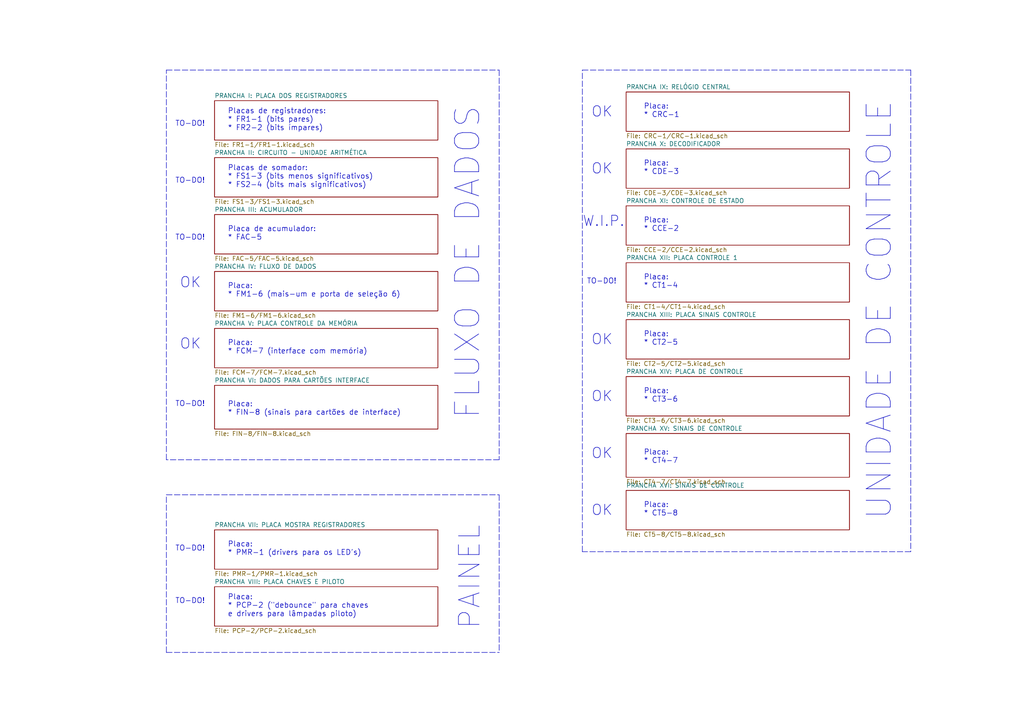
<source format=kicad_sch>
(kicad_sch
	(version 20250114)
	(generator "eeschema")
	(generator_version "9.0")
	(uuid "aca06203-542d-4682-a7e3-8839e24cce95")
	(paper "A4")
	(title_block
		(title "PRANCHA XVI")
		(date "2 aug 2016")
		(company "EPUSP LSD")
		(comment 1 "Computador de Controle - Patinho Feio")
		(comment 2 "Sinais de Controle")
		(comment 3 "Projeto: Edson Fregni")
		(comment 4 "Re-desenho: Felipe Sanches")
	)
	(lib_symbols)
	(text "TO-DO!"
		(exclude_from_sim no)
		(at 50.8 118.11 0)
		(effects
			(font
				(size 1.524 1.524)
			)
			(justify left bottom)
		)
		(uuid "02f9842f-c4f2-4076-8c55-9e5166206ffb")
	)
	(text "OK"
		(exclude_from_sim no)
		(at 171.45 100.33 0)
		(effects
			(font
				(size 2.9972 2.9972)
			)
			(justify left bottom)
		)
		(uuid "02fb71cd-3aa9-4afd-b0ec-51de0ad0e515")
	)
	(text "Placa:\n* CT3-6"
		(exclude_from_sim no)
		(at 186.69 116.84 0)
		(effects
			(font
				(size 1.524 1.524)
			)
			(justify left bottom)
		)
		(uuid "03242d76-2fe4-449b-877e-cbfa111290f6")
	)
	(text "Placa:\n* CCE-2"
		(exclude_from_sim no)
		(at 186.69 67.31 0)
		(effects
			(font
				(size 1.524 1.524)
			)
			(justify left bottom)
		)
		(uuid "0d546ddc-2218-47f0-964a-a2aa7ef9e9b3")
	)
	(text "Placa:\n* FCM-7 (interface com memória)"
		(exclude_from_sim no)
		(at 66.04 102.87 0)
		(effects
			(font
				(size 1.524 1.524)
			)
			(justify left bottom)
		)
		(uuid "1420ce22-a6cd-41cf-ba67-6e9ce6d3936d")
	)
	(text "Placa:\n* CDE-3"
		(exclude_from_sim no)
		(at 186.69 50.8 0)
		(effects
			(font
				(size 1.524 1.524)
			)
			(justify left bottom)
		)
		(uuid "174df2fa-9a98-4e5c-a9bd-70617eab7144")
	)
	(text "OK"
		(exclude_from_sim no)
		(at 52.07 83.82 0)
		(effects
			(font
				(size 2.9972 2.9972)
			)
			(justify left bottom)
		)
		(uuid "377b8627-86bc-4baa-ad2f-4a6db254a90e")
	)
	(text "Placa:\n* FM1-6 (mais-um e porta de seleção 6)"
		(exclude_from_sim no)
		(at 66.04 86.36 0)
		(effects
			(font
				(size 1.524 1.524)
			)
			(justify left bottom)
		)
		(uuid "38369662-5ebc-4646-8b52-5cb95fbbad88")
	)
	(text "OK"
		(exclude_from_sim no)
		(at 171.45 34.29 0)
		(effects
			(font
				(size 2.9972 2.9972)
			)
			(justify left bottom)
		)
		(uuid "3c3ca775-feb0-49bf-abf8-9cd60fa1a5e0")
	)
	(text "OK"
		(exclude_from_sim no)
		(at 171.45 133.35 0)
		(effects
			(font
				(size 2.9972 2.9972)
			)
			(justify left bottom)
		)
		(uuid "3dd1c21c-db7b-4415-8c07-70e607e26d02")
	)
	(text "Placa de acumulador:\n* FAC-5"
		(exclude_from_sim no)
		(at 66.04 69.85 0)
		(effects
			(font
				(size 1.524 1.524)
			)
			(justify left bottom)
		)
		(uuid "3e018340-a915-4ce4-9040-898bd56aed2f")
	)
	(text "Placa:\n* CT4-7"
		(exclude_from_sim no)
		(at 186.69 134.62 0)
		(effects
			(font
				(size 1.524 1.524)
			)
			(justify left bottom)
		)
		(uuid "50d259ed-4e10-4d50-9b3c-aaa18b0258ad")
	)
	(text "Placa:\n* CT2-5"
		(exclude_from_sim no)
		(at 186.69 100.33 0)
		(effects
			(font
				(size 1.524 1.524)
			)
			(justify left bottom)
		)
		(uuid "65685c12-702a-409b-9ad5-9b182195606b")
	)
	(text "OK"
		(exclude_from_sim no)
		(at 171.45 50.8 0)
		(effects
			(font
				(size 2.9972 2.9972)
			)
			(justify left bottom)
		)
		(uuid "73d4305b-4836-4a5a-a6a7-5ab79ccd7420")
	)
	(text "TO-DO!"
		(exclude_from_sim no)
		(at 50.8 175.26 0)
		(effects
			(font
				(size 1.524 1.524)
			)
			(justify left bottom)
		)
		(uuid "7cd9588d-bcc3-4f24-9d23-4f8dc11cb4db")
	)
	(text "UNIDADE DE CONTROLE"
		(exclude_from_sim no)
		(at 259.08 151.13 90)
		(effects
			(font
				(size 7.0104 7.0104)
			)
			(justify left bottom)
		)
		(uuid "7de51bc8-ac34-4e55-8e61-697a240bd742")
	)
	(text "Placa:\n* PCP-2 (\"debounce\" para chaves\ne drivers para lâmpadas piloto)"
		(exclude_from_sim no)
		(at 66.04 179.07 0)
		(effects
			(font
				(size 1.524 1.524)
			)
			(justify left bottom)
		)
		(uuid "8327e8c0-89b5-4840-8fdb-35d3061d6b08")
	)
	(text "Placas de registradores:\n* FR1-1 (bits pares)\n* FR2-2 (bits ímpares)"
		(exclude_from_sim no)
		(at 66.04 38.1 0)
		(effects
			(font
				(size 1.524 1.524)
			)
			(justify left bottom)
		)
		(uuid "8480af54-05ca-4093-b666-9381492dc26c")
	)
	(text "OK"
		(exclude_from_sim no)
		(at 171.45 149.86 0)
		(effects
			(font
				(size 2.9972 2.9972)
			)
			(justify left bottom)
		)
		(uuid "86740ab2-a903-49a3-8318-822e6ab6cdcf")
	)
	(text "Placa:\n* CRC-1"
		(exclude_from_sim no)
		(at 186.69 34.29 0)
		(effects
			(font
				(size 1.524 1.524)
			)
			(justify left bottom)
		)
		(uuid "86f38927-9483-4e45-be7c-fa20bd2af4b5")
	)
	(text "OK"
		(exclude_from_sim no)
		(at 171.45 116.84 0)
		(effects
			(font
				(size 2.9972 2.9972)
			)
			(justify left bottom)
		)
		(uuid "8807e3eb-7cde-4305-93ec-c388214cb329")
	)
	(text "TO-DO!"
		(exclude_from_sim no)
		(at 50.8 53.34 0)
		(effects
			(font
				(size 1.524 1.524)
			)
			(justify left bottom)
		)
		(uuid "949285cf-09fe-4af1-8922-b118375ca574")
	)
	(text "TO-DO!"
		(exclude_from_sim no)
		(at 170.18 82.55 0)
		(effects
			(font
				(size 1.524 1.524)
			)
			(justify left bottom)
		)
		(uuid "9804dfb6-cb02-4207-b7a9-8700af7d0215")
	)
	(text "Placas de somador:\n* FS1-3 (bits menos significativos)\n* FS2-4 (bits mais significativos)"
		(exclude_from_sim no)
		(at 66.04 54.61 0)
		(effects
			(font
				(size 1.524 1.524)
			)
			(justify left bottom)
		)
		(uuid "982a0bb1-38fd-4d4c-8864-e9512d20077f")
	)
	(text "Placa:\n* CT5-8"
		(exclude_from_sim no)
		(at 186.69 149.86 0)
		(effects
			(font
				(size 1.524 1.524)
			)
			(justify left bottom)
		)
		(uuid "990fe016-61e9-4eee-adc4-5ee768ed799f")
	)
	(text "Placa:\n* CT1-4"
		(exclude_from_sim no)
		(at 186.69 83.82 0)
		(effects
			(font
				(size 1.524 1.524)
			)
			(justify left bottom)
		)
		(uuid "a081eda0-91a1-4617-b8a5-49477c86d311")
	)
	(text "FLUXO DE DADOS"
		(exclude_from_sim no)
		(at 139.7 121.92 90)
		(effects
			(font
				(size 7.0104 7.0104)
			)
			(justify left bottom)
		)
		(uuid "aff29583-5e4c-47ef-a378-e48f4a97986c")
	)
	(text "TO-DO!"
		(exclude_from_sim no)
		(at 50.8 69.85 0)
		(effects
			(font
				(size 1.524 1.524)
			)
			(justify left bottom)
		)
		(uuid "b599061e-08e9-4f0c-90bf-e10db7e325f4")
	)
	(text "PAINEL"
		(exclude_from_sim no)
		(at 139.7 182.88 90)
		(effects
			(font
				(size 5.9944 5.9944)
			)
			(justify left bottom)
		)
		(uuid "b93d2fb9-a2ae-484b-8c39-0daa6ba6aee6")
	)
	(text "W.I.P."
		(exclude_from_sim no)
		(at 168.91 66.04 0)
		(effects
			(font
				(size 2.9972 2.9972)
			)
			(justify left bottom)
		)
		(uuid "bb473f72-b748-48e9-94da-309a8c30416e")
	)
	(text "Placa:\n* PMR-1 (drivers para os LED's)"
		(exclude_from_sim no)
		(at 66.04 161.29 0)
		(effects
			(font
				(size 1.524 1.524)
			)
			(justify left bottom)
		)
		(uuid "cfe5838d-5909-4c06-8224-0847c4683d3a")
	)
	(text "TO-DO!"
		(exclude_from_sim no)
		(at 50.8 160.02 0)
		(effects
			(font
				(size 1.524 1.524)
			)
			(justify left bottom)
		)
		(uuid "d5a432d3-1e76-427c-bd1e-f53936b0426f")
	)
	(text "OK"
		(exclude_from_sim no)
		(at 52.07 101.6 0)
		(effects
			(font
				(size 2.9972 2.9972)
			)
			(justify left bottom)
		)
		(uuid "dcf501e6-2ab6-4135-ab96-d8ce7985074a")
	)
	(text "Placa:\n* FIN-8 (sinais para cartões de interface)"
		(exclude_from_sim no)
		(at 66.04 120.65 0)
		(effects
			(font
				(size 1.524 1.524)
			)
			(justify left bottom)
		)
		(uuid "dfc7fdcf-9e75-44b9-bef2-0b592a2ea0c6")
	)
	(text "TO-DO!"
		(exclude_from_sim no)
		(at 50.8 36.83 0)
		(effects
			(font
				(size 1.524 1.524)
			)
			(justify left bottom)
		)
		(uuid "ec3d8ed6-c550-4293-88ff-5525de01b635")
	)
	(polyline
		(pts
			(xy 48.26 189.23) (xy 144.78 189.23)
		)
		(stroke
			(width 0)
			(type dash)
		)
		(uuid "15f06683-5875-4299-a03a-b6622d6582d6")
	)
	(polyline
		(pts
			(xy 168.91 20.32) (xy 264.16 20.32)
		)
		(stroke
			(width 0)
			(type dash)
		)
		(uuid "3b048c89-dd96-48f4-92ac-31fe40276043")
	)
	(polyline
		(pts
			(xy 48.26 189.23) (xy 48.26 143.51)
		)
		(stroke
			(width 0)
			(type dash)
		)
		(uuid "43377b77-9a8c-4254-a733-ce22ae7422cd")
	)
	(polyline
		(pts
			(xy 144.78 143.51) (xy 144.78 189.23)
		)
		(stroke
			(width 0)
			(type dash)
		)
		(uuid "586454f4-33e5-45d3-8aeb-0813fc5330e9")
	)
	(polyline
		(pts
			(xy 144.78 133.35) (xy 48.26 133.35)
		)
		(stroke
			(width 0)
			(type dash)
		)
		(uuid "5ca7742a-a24f-4e3a-b776-dadc5d9f3ee7")
	)
	(polyline
		(pts
			(xy 48.26 20.32) (xy 144.78 20.32)
		)
		(stroke
			(width 0)
			(type dash)
		)
		(uuid "5f9dd845-e784-4561-ae6e-734fd02d6ad0")
	)
	(polyline
		(pts
			(xy 264.16 20.32) (xy 264.16 160.02)
		)
		(stroke
			(width 0)
			(type dash)
		)
		(uuid "8ef68897-a2dd-4fff-841a-6d5b222c35ae")
	)
	(polyline
		(pts
			(xy 168.91 160.02) (xy 168.91 20.32)
		)
		(stroke
			(width 0)
			(type dash)
		)
		(uuid "9783cd03-1c22-4801-8faf-4a9455d21783")
	)
	(polyline
		(pts
			(xy 48.26 143.51) (xy 144.78 143.51)
		)
		(stroke
			(width 0)
			(type dash)
		)
		(uuid "aedab973-c8cf-44f1-8ec5-8d93c4b35e68")
	)
	(polyline
		(pts
			(xy 48.26 133.35) (xy 48.26 20.32)
		)
		(stroke
			(width 0)
			(type dash)
		)
		(uuid "b92bde4a-8091-4373-8ef1-f52c5156f229")
	)
	(polyline
		(pts
			(xy 144.78 20.32) (xy 144.78 133.35)
		)
		(stroke
			(width 0)
			(type dash)
		)
		(uuid "f6448da6-0db5-4d5a-b7c8-c2d12aa171b8")
	)
	(polyline
		(pts
			(xy 264.16 160.02) (xy 168.91 160.02)
		)
		(stroke
			(width 0)
			(type dash)
		)
		(uuid "fa84f9d9-6b1d-4b79-b48c-57bc47439810")
	)
	(sheet
		(at 62.23 95.25)
		(size 64.77 11.43)
		(exclude_from_sim no)
		(in_bom yes)
		(on_board yes)
		(dnp no)
		(fields_autoplaced yes)
		(stroke
			(width 0.1524)
			(type solid)
		)
		(fill
			(color 0 0 0 0.0000)
		)
		(uuid "0409f498-34cc-479f-b031-007216005e3f")
		(property "Sheetname" "PRANCHA V: PLACA CONTROLE DA MEMÓRIA"
			(at 62.23 94.5384 0)
			(effects
				(font
					(size 1.27 1.27)
				)
				(justify left bottom)
			)
		)
		(property "Sheetfile" "FCM-7/FCM-7.kicad_sch"
			(at 62.23 107.2646 0)
			(effects
				(font
					(size 1.27 1.27)
				)
				(justify left top)
			)
		)
		(instances
			(project "patinhofeio"
				(path "/aca06203-542d-4682-a7e3-8839e24cce95"
					(page "6")
				)
			)
		)
	)
	(sheet
		(at 62.23 170.18)
		(size 64.77 11.43)
		(exclude_from_sim no)
		(in_bom yes)
		(on_board yes)
		(dnp no)
		(fields_autoplaced yes)
		(stroke
			(width 0.1524)
			(type solid)
		)
		(fill
			(color 0 0 0 0.0000)
		)
		(uuid "053788d3-9bb3-44f4-9df2-cd47e5e806b1")
		(property "Sheetname" "PRANCHA VIII: PLACA CHAVES E PILOTO"
			(at 62.23 169.4684 0)
			(effects
				(font
					(size 1.27 1.27)
				)
				(justify left bottom)
			)
		)
		(property "Sheetfile" "PCP-2/PCP-2.kicad_sch"
			(at 62.23 182.1946 0)
			(effects
				(font
					(size 1.27 1.27)
				)
				(justify left top)
			)
		)
		(instances
			(project "patinhofeio"
				(path "/aca06203-542d-4682-a7e3-8839e24cce95"
					(page "9")
				)
			)
		)
	)
	(sheet
		(at 181.61 92.71)
		(size 64.77 11.43)
		(exclude_from_sim no)
		(in_bom yes)
		(on_board yes)
		(dnp no)
		(fields_autoplaced yes)
		(stroke
			(width 0.1524)
			(type solid)
		)
		(fill
			(color 0 0 0 0.0000)
		)
		(uuid "0ff63b6e-fe66-4362-b658-b472d3c61499")
		(property "Sheetname" "PRANCHA XIII: PLACA SINAIS CONTROLE"
			(at 181.61 91.9984 0)
			(effects
				(font
					(size 1.27 1.27)
				)
				(justify left bottom)
			)
		)
		(property "Sheetfile" "CT2-5/CT2-5.kicad_sch"
			(at 181.61 104.7246 0)
			(effects
				(font
					(size 1.27 1.27)
				)
				(justify left top)
			)
		)
		(instances
			(project "patinhofeio"
				(path "/aca06203-542d-4682-a7e3-8839e24cce95"
					(page "14")
				)
			)
		)
	)
	(sheet
		(at 181.61 125.73)
		(size 64.77 12.7)
		(exclude_from_sim no)
		(in_bom yes)
		(on_board yes)
		(dnp no)
		(fields_autoplaced yes)
		(stroke
			(width 0.1524)
			(type solid)
		)
		(fill
			(color 0 0 0 0.0000)
		)
		(uuid "20195246-952b-457f-8d3f-2119f4e5893d")
		(property "Sheetname" "PRANCHA XV: SINAIS DE CONTROLE"
			(at 181.61 125.0184 0)
			(effects
				(font
					(size 1.27 1.27)
				)
				(justify left bottom)
			)
		)
		(property "Sheetfile" "CT4-7/CT4-7.kicad_sch"
			(at 181.61 139.0146 0)
			(effects
				(font
					(size 1.27 1.27)
				)
				(justify left top)
			)
		)
		(instances
			(project "patinhofeio"
				(path "/aca06203-542d-4682-a7e3-8839e24cce95"
					(page "16")
				)
			)
		)
	)
	(sheet
		(at 62.23 78.74)
		(size 64.77 11.43)
		(exclude_from_sim no)
		(in_bom yes)
		(on_board yes)
		(dnp no)
		(fields_autoplaced yes)
		(stroke
			(width 0.1524)
			(type solid)
		)
		(fill
			(color 0 0 0 0.0000)
		)
		(uuid "4f0a3916-76cc-4860-a813-760a2721157d")
		(property "Sheetname" "PRANCHA IV: FLUXO DE DADOS"
			(at 62.23 78.0284 0)
			(effects
				(font
					(size 1.27 1.27)
				)
				(justify left bottom)
			)
		)
		(property "Sheetfile" "FM1-6/FM1-6.kicad_sch"
			(at 62.23 90.7546 0)
			(effects
				(font
					(size 1.27 1.27)
				)
				(justify left top)
			)
		)
		(instances
			(project "patinhofeio"
				(path "/aca06203-542d-4682-a7e3-8839e24cce95"
					(page "5")
				)
			)
		)
	)
	(sheet
		(at 62.23 45.72)
		(size 64.77 11.43)
		(exclude_from_sim no)
		(in_bom yes)
		(on_board yes)
		(dnp no)
		(fields_autoplaced yes)
		(stroke
			(width 0.1524)
			(type solid)
		)
		(fill
			(color 0 0 0 0.0000)
		)
		(uuid "513c6191-fb8d-4702-a239-0db81c50d326")
		(property "Sheetname" "PRANCHA II: CIRCUITO - UNIDADE ARITMÉTICA"
			(at 62.23 45.0084 0)
			(effects
				(font
					(size 1.27 1.27)
				)
				(justify left bottom)
			)
		)
		(property "Sheetfile" "FS1-3/FS1-3.kicad_sch"
			(at 62.23 57.7346 0)
			(effects
				(font
					(size 1.27 1.27)
				)
				(justify left top)
			)
		)
		(instances
			(project "patinhofeio"
				(path "/aca06203-542d-4682-a7e3-8839e24cce95"
					(page "3")
				)
			)
		)
	)
	(sheet
		(at 181.61 76.2)
		(size 64.77 11.43)
		(exclude_from_sim no)
		(in_bom yes)
		(on_board yes)
		(dnp no)
		(fields_autoplaced yes)
		(stroke
			(width 0.1524)
			(type solid)
		)
		(fill
			(color 0 0 0 0.0000)
		)
		(uuid "58050eef-51bb-485d-b6f6-c260fc96a7e7")
		(property "Sheetname" "PRANCHA XII: PLACA CONTROLE 1"
			(at 181.61 75.4884 0)
			(effects
				(font
					(size 1.27 1.27)
				)
				(justify left bottom)
			)
		)
		(property "Sheetfile" "CT1-4/CT1-4.kicad_sch"
			(at 181.61 88.2146 0)
			(effects
				(font
					(size 1.27 1.27)
				)
				(justify left top)
			)
		)
		(instances
			(project "patinhofeio"
				(path "/aca06203-542d-4682-a7e3-8839e24cce95"
					(page "13")
				)
			)
		)
	)
	(sheet
		(at 181.61 43.18)
		(size 64.77 11.43)
		(exclude_from_sim no)
		(in_bom yes)
		(on_board yes)
		(dnp no)
		(fields_autoplaced yes)
		(stroke
			(width 0.1524)
			(type solid)
		)
		(fill
			(color 0 0 0 0.0000)
		)
		(uuid "66c98193-5e9c-4ee0-b18c-21adfe296f8d")
		(property "Sheetname" "PRANCHA X: DECODIFICADOR"
			(at 181.61 42.4684 0)
			(effects
				(font
					(size 1.27 1.27)
				)
				(justify left bottom)
			)
		)
		(property "Sheetfile" "CDE-3/CDE-3.kicad_sch"
			(at 181.61 55.1946 0)
			(effects
				(font
					(size 1.27 1.27)
				)
				(justify left top)
			)
		)
		(instances
			(project "patinhofeio"
				(path "/aca06203-542d-4682-a7e3-8839e24cce95"
					(page "11")
				)
			)
		)
	)
	(sheet
		(at 181.61 109.22)
		(size 64.77 11.43)
		(exclude_from_sim no)
		(in_bom yes)
		(on_board yes)
		(dnp no)
		(fields_autoplaced yes)
		(stroke
			(width 0.1524)
			(type solid)
		)
		(fill
			(color 0 0 0 0.0000)
		)
		(uuid "82a6b9a1-e2c2-43c3-8b89-cab4531715ee")
		(property "Sheetname" "PRANCHA XIV: PLACA DE CONTROLE"
			(at 181.61 108.5084 0)
			(effects
				(font
					(size 1.27 1.27)
				)
				(justify left bottom)
			)
		)
		(property "Sheetfile" "CT3-6/CT3-6.kicad_sch"
			(at 181.61 121.2346 0)
			(effects
				(font
					(size 1.27 1.27)
				)
				(justify left top)
			)
		)
		(instances
			(project "patinhofeio"
				(path "/aca06203-542d-4682-a7e3-8839e24cce95"
					(page "15")
				)
			)
		)
	)
	(sheet
		(at 62.23 111.76)
		(size 64.77 12.7)
		(exclude_from_sim no)
		(in_bom yes)
		(on_board yes)
		(dnp no)
		(fields_autoplaced yes)
		(stroke
			(width 0.1524)
			(type solid)
		)
		(fill
			(color 0 0 0 0.0000)
		)
		(uuid "8431fe73-c409-4911-974c-c727a5dc461e")
		(property "Sheetname" "PRANCHA VI: DADOS PARA CARTÕES INTERFACE"
			(at 62.23 111.0484 0)
			(effects
				(font
					(size 1.27 1.27)
				)
				(justify left bottom)
			)
		)
		(property "Sheetfile" "FIN-8/FIN-8.kicad_sch"
			(at 62.23 125.0446 0)
			(effects
				(font
					(size 1.27 1.27)
				)
				(justify left top)
			)
		)
		(instances
			(project "patinhofeio"
				(path "/aca06203-542d-4682-a7e3-8839e24cce95"
					(page "7")
				)
			)
		)
	)
	(sheet
		(at 181.61 26.67)
		(size 64.77 11.43)
		(exclude_from_sim no)
		(in_bom yes)
		(on_board yes)
		(dnp no)
		(fields_autoplaced yes)
		(stroke
			(width 0.1524)
			(type solid)
		)
		(fill
			(color 0 0 0 0.0000)
		)
		(uuid "953025c0-c249-406a-b635-15d71cc54afc")
		(property "Sheetname" "PRANCHA IX: RELÓGIO CENTRAL"
			(at 181.61 25.9584 0)
			(effects
				(font
					(size 1.27 1.27)
				)
				(justify left bottom)
			)
		)
		(property "Sheetfile" "CRC-1/CRC-1.kicad_sch"
			(at 181.61 38.6846 0)
			(effects
				(font
					(size 1.27 1.27)
				)
				(justify left top)
			)
		)
		(instances
			(project "patinhofeio"
				(path "/aca06203-542d-4682-a7e3-8839e24cce95"
					(page "10")
				)
			)
		)
	)
	(sheet
		(at 62.23 153.67)
		(size 64.77 11.43)
		(exclude_from_sim no)
		(in_bom yes)
		(on_board yes)
		(dnp no)
		(fields_autoplaced yes)
		(stroke
			(width 0.1524)
			(type solid)
		)
		(fill
			(color 0 0 0 0.0000)
		)
		(uuid "a4f4823c-2ff3-41ac-bc83-eeeb03b1c1d2")
		(property "Sheetname" "PRANCHA VII: PLACA MOSTRA REGISTRADORES"
			(at 62.23 152.9584 0)
			(effects
				(font
					(size 1.27 1.27)
				)
				(justify left bottom)
			)
		)
		(property "Sheetfile" "PMR-1/PMR-1.kicad_sch"
			(at 62.23 165.6846 0)
			(effects
				(font
					(size 1.27 1.27)
				)
				(justify left top)
			)
		)
		(instances
			(project "patinhofeio"
				(path "/aca06203-542d-4682-a7e3-8839e24cce95"
					(page "8")
				)
			)
		)
	)
	(sheet
		(at 181.61 142.24)
		(size 64.77 11.43)
		(exclude_from_sim no)
		(in_bom yes)
		(on_board yes)
		(dnp no)
		(fields_autoplaced yes)
		(stroke
			(width 0.1524)
			(type solid)
		)
		(fill
			(color 0 0 0 0.0000)
		)
		(uuid "a95f568a-1ac6-4cdd-a7e9-88a5e8192029")
		(property "Sheetname" "PRANCHA XVI: SINAIS DE CONTROLE"
			(at 181.61 141.5284 0)
			(effects
				(font
					(size 1.27 1.27)
				)
				(justify left bottom)
			)
		)
		(property "Sheetfile" "CT5-8/CT5-8.kicad_sch"
			(at 181.61 154.2546 0)
			(effects
				(font
					(size 1.27 1.27)
				)
				(justify left top)
			)
		)
		(instances
			(project "patinhofeio"
				(path "/aca06203-542d-4682-a7e3-8839e24cce95"
					(page "17")
				)
			)
		)
	)
	(sheet
		(at 62.23 29.21)
		(size 64.77 11.43)
		(exclude_from_sim no)
		(in_bom yes)
		(on_board yes)
		(dnp no)
		(fields_autoplaced yes)
		(stroke
			(width 0.1524)
			(type solid)
		)
		(fill
			(color 0 0 0 0.0000)
		)
		(uuid "b383f260-e697-4084-9247-6984c2eebf73")
		(property "Sheetname" "PRANCHA I: PLACA DOS REGISTRADORES"
			(at 62.23 28.4984 0)
			(effects
				(font
					(size 1.27 1.27)
				)
				(justify left bottom)
			)
		)
		(property "Sheetfile" "FR1-1/FR1-1.kicad_sch"
			(at 62.23 41.2246 0)
			(effects
				(font
					(size 1.27 1.27)
				)
				(justify left top)
			)
		)
		(instances
			(project "patinhofeio"
				(path "/aca06203-542d-4682-a7e3-8839e24cce95"
					(page "2")
				)
			)
		)
	)
	(sheet
		(at 181.61 59.69)
		(size 64.77 11.43)
		(exclude_from_sim no)
		(in_bom yes)
		(on_board yes)
		(dnp no)
		(fields_autoplaced yes)
		(stroke
			(width 0.1524)
			(type solid)
		)
		(fill
			(color 0 0 0 0.0000)
		)
		(uuid "bba15d3c-50cc-4e33-8f05-e25d292c5848")
		(property "Sheetname" "PRANCHA XI: CONTROLE DE ESTADO"
			(at 181.61 58.9784 0)
			(effects
				(font
					(size 1.27 1.27)
				)
				(justify left bottom)
			)
		)
		(property "Sheetfile" "CCE-2/CCE-2.kicad_sch"
			(at 181.61 71.7046 0)
			(effects
				(font
					(size 1.27 1.27)
				)
				(justify left top)
			)
		)
		(instances
			(project "patinhofeio"
				(path "/aca06203-542d-4682-a7e3-8839e24cce95"
					(page "12")
				)
			)
		)
	)
	(sheet
		(at 62.23 62.23)
		(size 64.77 11.43)
		(exclude_from_sim no)
		(in_bom yes)
		(on_board yes)
		(dnp no)
		(fields_autoplaced yes)
		(stroke
			(width 0.1524)
			(type solid)
		)
		(fill
			(color 0 0 0 0.0000)
		)
		(uuid "c4fc9564-1c4f-4175-9e51-1a074c56e995")
		(property "Sheetname" "PRANCHA III: ACUMULADOR"
			(at 62.23 61.5184 0)
			(effects
				(font
					(size 1.27 1.27)
				)
				(justify left bottom)
			)
		)
		(property "Sheetfile" "FAC-5/FAC-5.kicad_sch"
			(at 62.23 74.2446 0)
			(effects
				(font
					(size 1.27 1.27)
				)
				(justify left top)
			)
		)
		(instances
			(project "patinhofeio"
				(path "/aca06203-542d-4682-a7e3-8839e24cce95"
					(page "4")
				)
			)
		)
	)
	(sheet_instances
		(path "/"
			(page "1")
		)
	)
	(embedded_fonts no)
)

</source>
